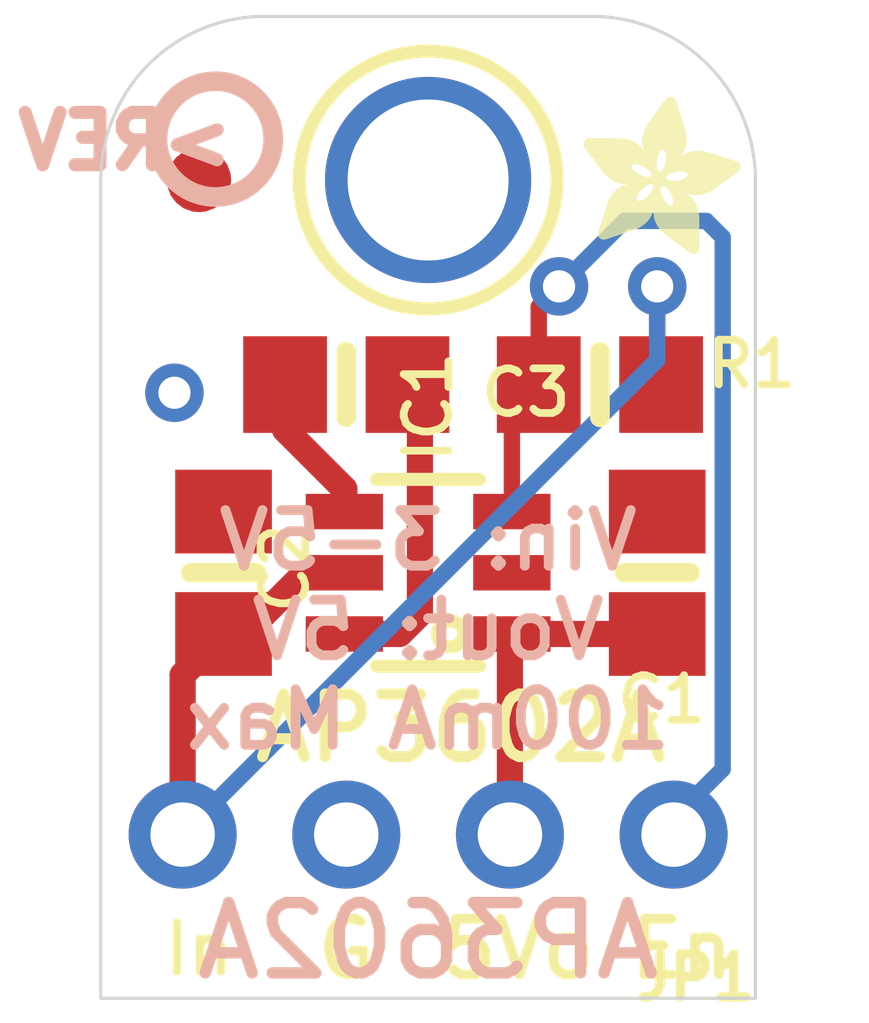
<source format=kicad_pcb>
(kicad_pcb (version 20211014) (generator pcbnew)
  (layers (0 "F.Cu" signal) (31 "B.Cu" signal) (34 "B.Paste" user) (35 "F.Paste" user) (36 "B.SilkS" user "B.Silkscreen") (37 "F.SilkS" user "F.Silkscreen") (38 "B.Mask" user) (39 "F.Mask" user) (44 "Edge.Cuts" user))
  (net 0 "")
  (net 1 "GND")
  (net 2 "VIN")
  (net 3 "N$1")
  (net 4 "N$2")
  (net 5 "5.0V")
  (net 6 "~{SHDN}")
  (footprint "boardEagle:0805-NO" (layer "F.Cu") (at 145.3261 106.0196 90)
    (fp_text reference "C2" (at 0.8255 0.9525 90) (layer "F.SilkS") (effects (font (size 0.692831 0.692831) (thickness 0.119969)) (justify right)))
    (fp_text value "10uF")
    (pad "1" smd rect (at -0.95 0 90) (size 1.3 1.5) (layers "F.Cu" "F.Paste" "F.Mask") (net 2 "VIN"))
    (pad "2" smd rect (at 0.95 0 90) (size 1.3 1.5) (layers "F.Cu" "F.Paste" "F.Mask") (net 1 "GND"))
  )
  (footprint "boardEagle:FIDUCIAL_1MM" (layer "F.Cu") (at 144.9451 99.9236)
    (fp_text reference "FID1" hide)
    (fp_text value "FIDUCIAL\"\"" hide)
    (pad "1" smd roundrect (at 0 0) (size 1 1) (layers "F.Cu" "F.Mask") (roundrect_rratio 0.5))
  )
  (footprint "boardEagle:ADAFRUIT_2.5MM" (layer "F.Cu") (at 150.9141 101.0666)
    (fp_text reference "U$11" hide)
    (fp_text value "" hide)
  )
  (footprint "boardEagle:MOUNTINGHOLE_2.5_PLATED" (layer "F.Cu") (at 148.5011 99.9236)
    (fp_text reference "U$9" hide)
    (fp_text value "MOUNTINGHOLE2.5" hide)
    (pad "P$1" thru_hole circle (at 0 0) (size 3.2 3.2) (drill 2.5) (layers *.Cu *.Mask))
  )
  (footprint "boardEagle:1X04_ROUND" (layer "F.Cu") (at 148.5011 110.0836 180)
    (fp_text reference "JP1" (at -5.1562 -1.8288 180) (layer "F.SilkS") (effects (font (size 0.666496 0.666496) (thickness 0.146304)) (justify right top)))
    (fp_text value "")
    (pad "1" thru_hole circle (at -3.81 0 270) (size 1.6764 1.6764) (drill 1) (layers *.Cu *.Mask) (net 6 "~{SHDN}"))
    (pad "2" thru_hole circle (at -1.27 0 270) (size 1.6764 1.6764) (drill 1) (layers *.Cu *.Mask) (net 5 "5.0V"))
    (pad "3" thru_hole circle (at 1.27 0 270) (size 1.6764 1.6764) (drill 1) (layers *.Cu *.Mask) (net 1 "GND"))
    (pad "4" thru_hole circle (at 3.81 0 270) (size 1.6764 1.6764) (drill 1) (layers *.Cu *.Mask) (net 2 "VIN"))
  )
  (footprint "boardEagle:0805-NO" (layer "F.Cu") (at 151.1681 103.0986 180)
    (fp_text reference "R1" (at -3.1115 0.3175) (layer "F.SilkS") (effects (font (size 0.692831 0.692831) (thickness 0.119969)) (justify right)))
    (fp_text value "100K")
    (pad "1" smd rect (at -0.95 0 180) (size 1.3 1.5) (layers "F.Cu" "F.Paste" "F.Mask") (net 2 "VIN"))
    (pad "2" smd rect (at 0.95 0 180) (size 1.3 1.5) (layers "F.Cu" "F.Paste" "F.Mask") (net 6 "~{SHDN}"))
  )
  (footprint "boardEagle:SOT23-6" (layer "F.Cu") (at 148.5011 106.0196 90)
    (fp_text reference "IC1" (at 1.651 0 90) (layer "F.SilkS") (effects (font (size 0.692831 0.692831) (thickness 0.119969)) (justify left)))
    (fp_text value "AP3602")
    (pad "1" smd rect (at -0.95 1.3 90) (size 0.55 1.2) (layers "F.Cu" "F.Paste" "F.Mask") (net 5 "5.0V"))
    (pad "2" smd rect (at 0 1.3 90) (size 0.55 1.2) (layers "F.Cu" "F.Paste" "F.Mask") (net 1 "GND"))
    (pad "3" smd rect (at 0.95 1.3 90) (size 0.55 1.2) (layers "F.Cu" "F.Paste" "F.Mask") (net 6 "~{SHDN}"))
    (pad "4" smd rect (at 0.95 -1.3 90) (size 0.55 1.2) (layers "F.Cu" "F.Paste" "F.Mask") (net 4 "N$2"))
    (pad "5" smd rect (at 0 -1.3 90) (size 0.55 1.2) (layers "F.Cu" "F.Paste" "F.Mask") (net 2 "VIN"))
    (pad "6" smd rect (at -0.95 -1.3 90) (size 0.55 1.2) (layers "F.Cu" "F.Paste" "F.Mask") (net 3 "N$1"))
  )
  (footprint "boardEagle:0805-NO" (layer "F.Cu") (at 147.2311 103.0986)
    (fp_text reference "C3" (at 2.032 0.127) (layer "F.SilkS") (effects (font (size 0.692831 0.692831) (thickness 0.119969)) (justify left)))
    (fp_text value "1uF")
    (pad "1" smd rect (at -0.95 0) (size 1.3 1.5) (layers "F.Cu" "F.Paste" "F.Mask") (net 4 "N$2"))
    (pad "2" smd rect (at 0.95 0) (size 1.3 1.5) (layers "F.Cu" "F.Paste" "F.Mask") (net 3 "N$1"))
  )
  (footprint "boardEagle:0805-NO" (layer "F.Cu") (at 152.0571 106.0196 90)
    (fp_text reference "C1" (at -1.9685 0.8255) (layer "F.SilkS") (effects (font (size 0.692831 0.692831) (thickness 0.119969)) (justify right)))
    (fp_text value "10uF")
    (pad "1" smd rect (at -0.95 0 90) (size 1.3 1.5) (layers "F.Cu" "F.Paste" "F.Mask") (net 5 "5.0V"))
    (pad "2" smd rect (at 0.95 0 90) (size 1.3 1.5) (layers "F.Cu" "F.Paste" "F.Mask") (net 1 "GND"))
  )
  (footprint "boardEagle:PCBFEAT-REV-040" (layer "B.Cu") (at 145.1991 99.2886 180)
    (fp_text reference "U$10" hide)
    (fp_text value "" hide)
    (fp_text user ">REV" (at -0.3556 -0.508) (layer "B.SilkS") (effects (font (size 0.8128 0.8128) (thickness 0.2032)) (justify left bottom mirror)))
  )
  (gr_line (start 145.9611 97.3836) (end 151.0411 97.3836) (layer "Edge.Cuts") (width 0.05))
  (gr_line (start 143.4211 112.6236) (end 143.4211 99.9236) (layer "Edge.Cuts") (width 0.05))
  (gr_line (start 153.5811 112.6236) (end 143.4211 112.6236) (layer "Edge.Cuts") (width 0.05))
  (gr_arc (start 143.4211 99.9236) (mid 144.165049 98.127549) (end 145.9611 97.3836) (layer "Edge.Cuts") (width 0.05))
  (gr_arc (start 151.0411 97.3836) (mid 152.837151 98.127549) (end 153.5811 99.9236) (layer "Edge.Cuts") (width 0.05))
  (gr_line (start 153.5811 99.9236) (end 153.5811 112.6236) (layer "Edge.Cuts") (width 0.05))
  (gr_text "Vin: 3-5V\nVout: 5V\n100mA Max" (at 148.5011 106.9086) (layer "B.SilkS") (effects (font (size 0.8636 0.8636) (thickness 0.1524)) (justify mirror)))
  (gr_text "AP3602A" (at 148.5011 111.7346) (layer "B.SilkS") (effects (font (size 1.0922 1.0922) (thickness 0.1778)) (justify mirror)))
  (gr_text "In" (at 144.9451 111.8616) (layer "F.SilkS") (effects (font (size 0.75565 0.75565) (thickness 0.13335))))
  (gr_text "En" (at 152.4381 111.8616) (layer "F.SilkS") (effects (font (size 0.8636 0.8636) (thickness 0.1524))))
  (gr_text "G" (at 147.2311 111.8616) (layer "F.SilkS") (effects (font (size 0.8636 0.8636) (thickness 0.1524))))
  (gr_text "AP3602A" (at 149.0091 108.4326) (layer "F.SilkS") (effects (font (size 0.97155 0.97155) (thickness 0.17145))))
  (gr_text "5Vo" (at 149.8981 111.8616) (layer "F.SilkS") (effects (font (size 0.8636 0.8636) (thickness 0.1524))))
  (via (at 144.5641 103.2256) (size 0.9064) (drill 0.5) (layers "F.Cu" "B.Cu") (net 1))
  (segment (start 145.6461 106.9696) (end 146.5961 106.0196) (width 0.4064) (layer "F.Cu") (net 2))
  (segment (start 145.3261 106.9696) (end 145.6461 106.9696) (width 0.4064) (layer "F.Cu") (net 2))
  (segment (start 152.1181 103.0986) (end 152.0571 103.0376) (width 0.254) (layer "F.Cu") (net 2))
  (segment (start 146.5961 106.0196) (end 147.2011 106.0196) (width 0.4064) (layer "F.Cu") (net 2))
  (segment (start 152.0571 103.0376) (end 152.0571 101.5746) (width 0.254) (layer "F.Cu") (net 2))
  (segment (start 144.6911 107.6046) (end 145.3261 106.9696) (width 0.4064) (layer "F.Cu") (net 2))
  (segment (start 144.6911 110.0836) (end 144.6911 107.6046) (width 0.4064) (layer "F.Cu") (net 2))
  (via (at 152.0571 101.5746) (size 0.9064) (drill 0.5) (layers "F.Cu" "B.Cu") (net 2))
  (segment (start 144.6911 110.0836) (end 152.0571 102.7176) (width 0.254) (layer "B.Cu") (net 2))
  (segment (start 152.0571 102.7176) (end 152.0571 101.5746) (width 0.254) (layer "B.Cu") (net 2))
  (segment (start 147.2011 106.9696) (end 148.0591 106.9696) (width 0.4064) (layer "F.Cu") (net 3))
  (segment (start 148.0591 106.9696) (end 148.3741 106.6546) (width 0.4064) (layer "F.Cu") (net 3))
  (segment (start 148.3741 103.2916) (end 148.1811 103.0986) (width 0.4064) (layer "F.Cu") (net 3))
  (segment (start 148.3741 106.6546) (end 148.3741 103.2916) (width 0.4064) (layer "F.Cu") (net 3))
  (segment (start 147.2011 104.7196) (end 146.2811 103.7996) (width 0.4064) (layer "F.Cu") (net 4))
  (segment (start 147.2011 105.0696) (end 147.2011 104.7196) (width 0.4064) (layer "F.Cu") (net 4))
  (segment (start 146.2811 103.7996) (end 146.2811 103.0986) (width 0.4064) (layer "F.Cu") (net 4))
  (segment (start 149.7711 106.9996) (end 149.8011 106.9696) (width 0.4064) (layer "F.Cu") (net 5))
  (segment (start 149.8011 106.9696) (end 152.0571 106.9696) (width 0.4064) (layer "F.Cu") (net 5))
  (segment (start 149.7711 110.0836) (end 149.7711 106.9996) (width 0.4064) (layer "F.Cu") (net 5))
  (segment (start 150.2181 103.0986) (end 150.2181 101.8896) (width 0.254) (layer "F.Cu") (net 6))
  (segment (start 149.8011 105.0696) (end 149.8011 103.5156) (width 0.254) (layer "F.Cu") (net 6))
  (segment (start 149.8011 103.5156) (end 150.2181 103.0986) (width 0.254) (layer "F.Cu") (net 6))
  (segment (start 150.2181 101.8896) (end 150.5331 101.5746) (width 0.254) (layer "F.Cu") (net 6))
  (via (at 150.5331 101.5746) (size 0.9064) (drill 0.5) (layers "F.Cu" "B.Cu") (net 6))
  (segment (start 150.5331 101.5746) (end 151.5491 100.5586) (width 0.254) (layer "B.Cu") (net 6))
  (segment (start 152.8191 100.5586) (end 153.0731 100.8126) (width 0.254) (layer "B.Cu") (net 6))
  (segment (start 152.3111 109.8296) (end 152.3111 110.0836) (width 0.254) (layer "B.Cu") (net 6))
  (segment (start 153.0731 109.0676) (end 152.3111 109.8296) (width 0.254) (layer "B.Cu") (net 6))
  (segment (start 153.0731 100.8126) (end 153.0731 109.0676) (width 0.254) (layer "B.Cu") (net 6))
  (segment (start 151.5491 100.5586) (end 152.8191 100.5586) (width 0.254) (layer "B.Cu") (net 6))
)
</source>
